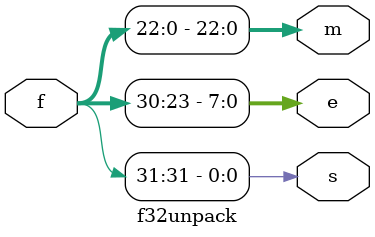
<source format=sv>
module f32pack (
    input  logic        s,
    input  logic  [7:0] e,
    input  logic [22:0] m,
    output logic [31:0] f
);

    assign f = {s, e, m};

endmodule

module f32unpack (
    input  logic [31:0] f,
    output logic        s,
    output logic  [7:0] e,
    output logic [22:0] m
);

    assign {s, e, m} = f;

endmodule
</source>
